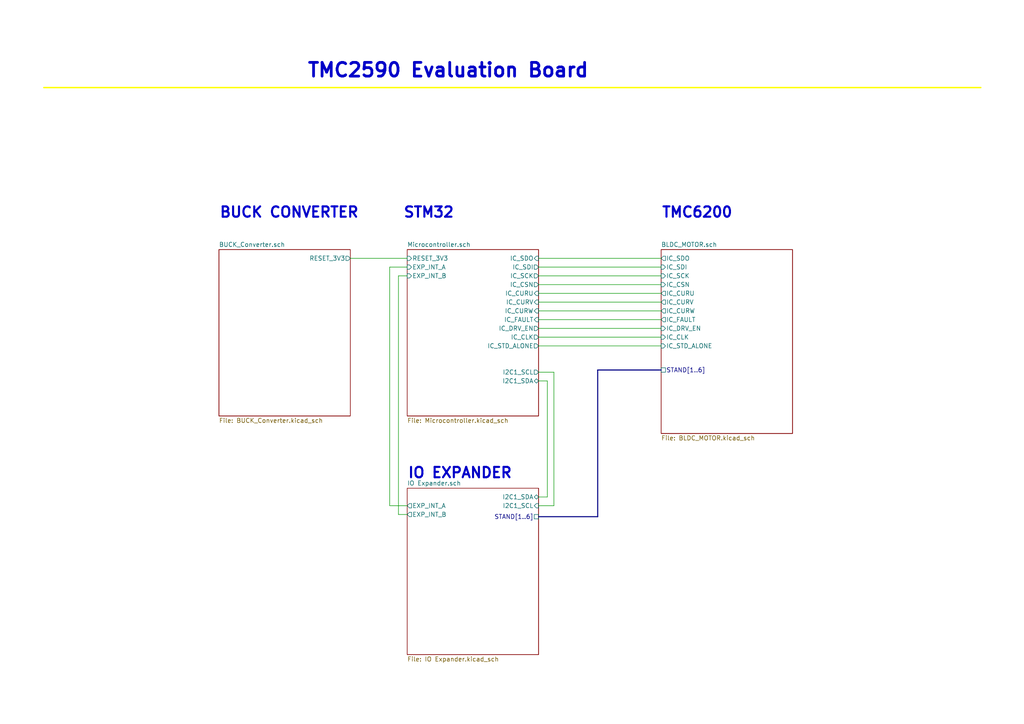
<source format=kicad_sch>
(kicad_sch (version 20211123) (generator eeschema)
  (paper "A4")
  (title_block (title "TMC6200-TA-T Eval Board") (date "2021-09-03") (rev "${REVISION}") (company "${COMPANY}") (comment 1 "${ENGINEER}") (comment 2 "${PHONE_NUMBER}") (comment 3 "${EMAIL}") (comment 4 "${SENTENCE}"))
  (lib_symbols)
  (wire (pts (xy 156.21 82.55) (xy 191.77 82.55)))
  (wire (pts (xy 118.11 80.01) (xy 115.57 80.01)))
  (wire (pts (xy 156.21 77.47) (xy 191.77 77.47)))
  (bus (pts (xy 173.355 107.315) (xy 191.77 107.315)))
  (wire (pts (xy 156.21 80.01) (xy 191.77 80.01)))
  (wire (pts (xy 113.03 77.47) (xy 118.11 77.47)))
  (bus (pts (xy 173.355 149.86) (xy 173.355 107.315)))
  (wire (pts (xy 160.655 146.685) (xy 156.21 146.685)))
  (wire (pts (xy 156.21 87.63) (xy 191.77 87.63)))
  (polyline (pts (xy 12.7 25.4) (xy 284.48 25.4)) (stroke (width 0.4064) (type solid) (color 255 255 0 1)))
  (wire (pts (xy 156.21 90.17) (xy 191.77 90.17)))
  (wire (pts (xy 156.21 95.25) (xy 191.77 95.25)))
  (wire (pts (xy 101.6 74.93) (xy 118.11 74.93)))
  (bus (pts (xy 156.21 149.86) (xy 173.355 149.86)))
  (wire (pts (xy 118.11 146.685) (xy 113.03 146.685)))
  (wire (pts (xy 156.21 110.49) (xy 158.75 110.49)))
  (wire (pts (xy 156.21 85.09) (xy 191.77 85.09)))
  (wire (pts (xy 113.03 146.685) (xy 113.03 77.47)))
  (wire (pts (xy 115.57 80.01) (xy 115.57 149.225)))
  (wire (pts (xy 160.655 107.95) (xy 160.655 146.685)))
  (wire (pts (xy 158.75 110.49) (xy 158.75 144.145)))
  (wire (pts (xy 115.57 149.225) (xy 118.11 149.225)))
  (wire (pts (xy 158.75 144.145) (xy 156.21 144.145)))
  (wire (pts (xy 156.21 107.95) (xy 160.655 107.95)))
  (wire (pts (xy 156.21 92.71) (xy 191.77 92.71)))
  (wire (pts (xy 156.21 97.79) (xy 191.77 97.79)))
  (wire (pts (xy 156.21 100.33) (xy 191.77 100.33)))
  (wire (pts (xy 156.21 74.93) (xy 191.77 74.93)))
  (text "BUCK CONVERTER" (at 63.5 63.5 0) (effects (font (size 2.9972 2.9972) (thickness 0.5994) bold) (justify left bottom)))
  (text "IO EXPANDER" (at 118.11 139.065 0) (effects (font (size 2.9972 2.9972) (thickness 0.5994) bold) (justify left bottom)))
  (text "TMC6200" (at 191.77 63.5 0) (effects (font (size 2.9972 2.9972) (thickness 0.5994) bold) (justify left bottom)))
  (text "STM32" (at 116.84 63.5 0) (effects (font (size 2.9972 2.9972) (thickness 0.5994) bold) (justify left bottom)))
  (text "TMC2590 Evaluation Board" (at 88.9 22.86 0) (effects (font (size 3.9878 3.9878) (thickness 0.7976) bold) (justify left bottom)))
  (sheet (at 118.11 72.39) (size 38.1 48.26)
    (property "Sheet name" "Microcontroller.sch" (at 118.11 71.6784 0) (effects (justify left bottom)))
    (property "Sheet file" "Microcontroller.kicad_sch" (at 118.11 121.2346 0) (effects (justify left top)))
    (pin "RESET_3V3" input (at 118.11 74.93 180))
    (pin "IC_SDO" input (at 156.21 74.93 0))
    (pin "IC_SDI" output (at 156.21 77.47 0))
    (pin "IC_CSN" output (at 156.21 82.55 0))
    (pin "IC_CURU" input (at 156.21 85.09 0))
    (pin "IC_CURV" input (at 156.21 87.63 0))
    (pin "IC_CURW" input (at 156.21 90.17 0))
    (pin "IC_FAULT" input (at 156.21 92.71 0))
    (pin "IC_DRV_EN" output (at 156.21 95.25 0))
    (pin "IC_CLK" output (at 156.21 97.79 0))
    (pin "IC_STD_ALONE" output (at 156.21 100.33 0))
    (pin "I2C1_SCL" output (at 156.21 107.95 0))
    (pin "IC_SCK" output (at 156.21 80.01 0))
    (pin "I2C1_SDA" bidirectional (at 156.21 110.49 0))
    (pin "EXP_INT_B" input (at 118.11 80.01 180))
    (pin "EXP_INT_A" input (at 118.11 77.47 180))
  )
  (sheet (at 191.77 72.39) (size 38.1 53.34)
    (property "Sheet name" "BLDC_MOTOR.sch" (at 191.77 71.6784 0) (effects (justify left bottom)))
    (property "Sheet file" "BLDC_MOTOR.kicad_sch" (at 191.77 126.3146 0) (effects (justify left top)))
    (pin "IC_FAULT" output (at 191.77 92.71 180))
    (pin "IC_DRV_EN" input (at 191.77 95.25 180))
    (pin "IC_STD_ALONE" input (at 191.77 100.33 180))
    (pin "IC_CURU" output (at 191.77 85.09 180))
    (pin "IC_CURV" output (at 191.77 87.63 180))
    (pin "IC_CURW" output (at 191.77 90.17 180))
    (pin "IC_CLK" input (at 191.77 97.79 180))
    (pin "IC_SDO" output (at 191.77 74.93 180))
    (pin "IC_SDI" input (at 191.77 77.47 180))
    (pin "IC_SCK" input (at 191.77 80.01 180))
    (pin "IC_CSN" input (at 191.77 82.55 180))
    (pin "STAND[1..6]" passive (at 191.77 107.315 180))
  )
  (sheet (at 118.11 141.605) (size 38.1 48.26)
    (property "Sheet name" "IO Expander.sch" (at 118.11 140.8934 0) (effects (justify left bottom)))
    (property "Sheet file" "IO Expander.kicad_sch" (at 118.11 190.4496 0) (effects (justify left top)))
    (pin "EXP_INT_B" output (at 118.11 149.225 180))
    (pin "EXP_INT_A" output (at 118.11 146.685 180))
    (pin "I2C1_SCL" input (at 156.21 146.685 0))
    (pin "I2C1_SDA" bidirectional (at 156.21 144.145 0))
    (pin "STAND[1..6]" passive (at 156.21 149.86 0))
  )
  (sheet (at 63.5 72.39) (size 38.1 48.26)
    (property "Sheet name" "BUCK_Converter.sch" (at 63.5 71.6784 0) (effects (justify left bottom)))
    (property "Sheet file" "BUCK_Converter.kicad_sch" (at 63.5 121.2346 0) (effects (justify left top)))
    (pin "RESET_3V3" output (at 101.6 74.93 0))
  )
)
</source>
